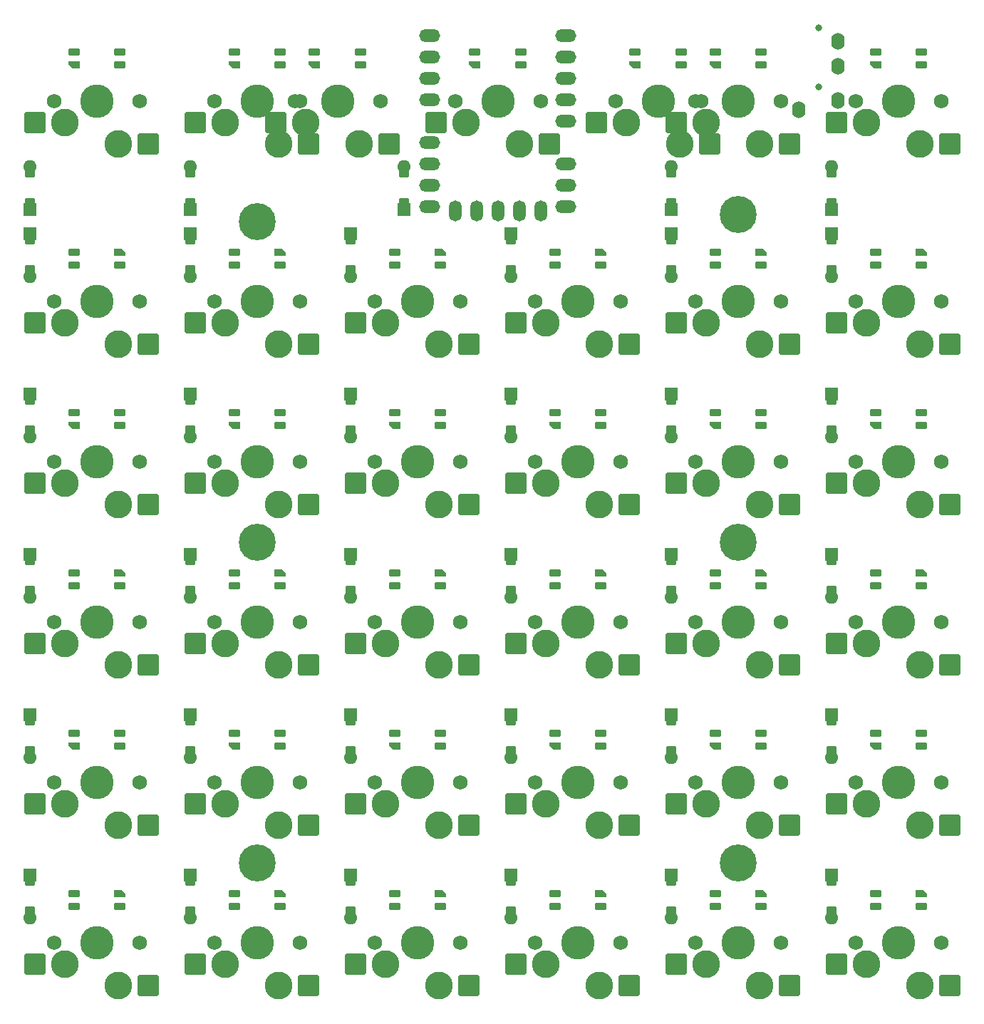
<source format=gts>
%TF.GenerationSoftware,KiCad,Pcbnew,7.0.7*%
%TF.CreationDate,2023-11-21T20:39:45+01:00*%
%TF.ProjectId,tekskey-v2-molten,74656b73-6b65-4792-9d76-322d6d6f6c74,rev?*%
%TF.SameCoordinates,Original*%
%TF.FileFunction,Soldermask,Top*%
%TF.FilePolarity,Negative*%
%FSLAX46Y46*%
G04 Gerber Fmt 4.6, Leading zero omitted, Abs format (unit mm)*
G04 Created by KiCad (PCBNEW 7.0.7) date 2023-11-21 20:39:45*
%MOMM*%
%LPD*%
G01*
G04 APERTURE LIST*
G04 Aperture macros list*
%AMRoundRect*
0 Rectangle with rounded corners*
0 $1 Rounding radius*
0 $2 $3 $4 $5 $6 $7 $8 $9 X,Y pos of 4 corners*
0 Add a 4 corners polygon primitive as box body*
4,1,4,$2,$3,$4,$5,$6,$7,$8,$9,$2,$3,0*
0 Add four circle primitives for the rounded corners*
1,1,$1+$1,$2,$3*
1,1,$1+$1,$4,$5*
1,1,$1+$1,$6,$7*
1,1,$1+$1,$8,$9*
0 Add four rect primitives between the rounded corners*
20,1,$1+$1,$2,$3,$4,$5,0*
20,1,$1+$1,$4,$5,$6,$7,0*
20,1,$1+$1,$6,$7,$8,$9,0*
20,1,$1+$1,$8,$9,$2,$3,0*%
%AMFreePoly0*
4,1,18,-0.410000,0.265000,0.000000,0.675000,0.328000,0.675000,0.359380,0.668758,0.385983,0.650983,0.403758,0.624380,0.410000,0.593000,0.410000,-0.593000,0.403758,-0.624380,0.385983,-0.650983,0.359380,-0.668758,0.328000,-0.675000,-0.328000,-0.675000,-0.359380,-0.668758,-0.385983,-0.650983,-0.403758,-0.624380,-0.410000,-0.593000,-0.410000,0.265000,-0.410000,0.265000,$1*%
G04 Aperture macros list end*
%ADD10RoundRect,0.082000X-0.593000X0.328000X-0.593000X-0.328000X0.593000X-0.328000X0.593000X0.328000X0*%
%ADD11FreePoly0,270.000000*%
%ADD12C,1.750000*%
%ADD13C,3.987800*%
%ADD14C,3.300000*%
%ADD15RoundRect,0.250000X1.025000X1.000000X-1.025000X1.000000X-1.025000X-1.000000X1.025000X-1.000000X0*%
%ADD16R,1.600000X1.600000*%
%ADD17RoundRect,0.225000X-0.375000X0.225000X-0.375000X-0.225000X0.375000X-0.225000X0.375000X0.225000X0*%
%ADD18O,1.600000X1.600000*%
%ADD19RoundRect,0.082000X0.593000X-0.328000X0.593000X0.328000X-0.593000X0.328000X-0.593000X-0.328000X0*%
%ADD20FreePoly0,90.000000*%
%ADD21O,2.500000X1.500000*%
%ADD22O,1.500000X2.500000*%
%ADD23RoundRect,0.225000X0.375000X-0.225000X0.375000X0.225000X-0.375000X0.225000X-0.375000X-0.225000X0*%
%ADD24C,0.800000*%
%ADD25O,1.600000X2.000000*%
%ADD26C,0.700000*%
%ADD27C,4.400000*%
G04 APERTURE END LIST*
D10*
X57600000Y-152832500D03*
X57600000Y-151332500D03*
X63050000Y-152832500D03*
D11*
X63050000Y-151332500D03*
D12*
X84455000Y-80962500D03*
D13*
X79375000Y-80962500D03*
D12*
X74295000Y-80962500D03*
D14*
X75565000Y-83502500D03*
D15*
X72015000Y-83502500D03*
X85465000Y-86042500D03*
D14*
X81915000Y-86042500D03*
D16*
X109537500Y-91916250D03*
D17*
X109537500Y-92806250D03*
X109537500Y-96106250D03*
D18*
X109537500Y-96996250D03*
D16*
X71437500Y-72866250D03*
D17*
X71437500Y-73756250D03*
X71437500Y-77056250D03*
D18*
X71437500Y-77946250D03*
D19*
X110675000Y-51320000D03*
X110675000Y-52820000D03*
X105225000Y-51320000D03*
D20*
X105225000Y-52820000D03*
D12*
X84455000Y-100012500D03*
D13*
X79375000Y-100012500D03*
D12*
X74295000Y-100012500D03*
D14*
X75565000Y-102552500D03*
D15*
X72015000Y-102552500D03*
X85465000Y-105092500D03*
D14*
X81915000Y-105092500D03*
D16*
X90487500Y-110966250D03*
D17*
X90487500Y-111856250D03*
X90487500Y-115156250D03*
D18*
X90487500Y-116046250D03*
D16*
X52387500Y-149066250D03*
D17*
X52387500Y-149956250D03*
X52387500Y-153256250D03*
D18*
X52387500Y-154146250D03*
D16*
X71437500Y-110966250D03*
D17*
X71437500Y-111856250D03*
X71437500Y-115156250D03*
D18*
X71437500Y-116046250D03*
D21*
X97020000Y-49371250D03*
X97020000Y-51911250D03*
X97020000Y-54451250D03*
X97020000Y-56991250D03*
X97020000Y-59531250D03*
X97020000Y-64611250D03*
X97020000Y-67151250D03*
X97020000Y-69691250D03*
D22*
X93980000Y-70191250D03*
X91440000Y-70191250D03*
X88900000Y-70191250D03*
X86360000Y-70191250D03*
X83820000Y-70191250D03*
D21*
X80780000Y-69691250D03*
X80780000Y-67151250D03*
X80780000Y-64611250D03*
X80780000Y-62071250D03*
X80780000Y-56991250D03*
X80780000Y-54451250D03*
X80780000Y-51911250D03*
X80780000Y-49371250D03*
D19*
X120200000Y-94182500D03*
X120200000Y-95682500D03*
X114750000Y-94182500D03*
D20*
X114750000Y-95682500D03*
D16*
X109537500Y-110966250D03*
D17*
X109537500Y-111856250D03*
X109537500Y-115156250D03*
D18*
X109537500Y-116046250D03*
D12*
X122555000Y-57150000D03*
D13*
X117475000Y-57150000D03*
D12*
X112395000Y-57150000D03*
D14*
X113665000Y-59690000D03*
D15*
X110115000Y-59690000D03*
X123565000Y-62230000D03*
D14*
X120015000Y-62230000D03*
D16*
X90487500Y-72866250D03*
D17*
X90487500Y-73756250D03*
X90487500Y-77056250D03*
D18*
X90487500Y-77946250D03*
D12*
X46355000Y-100012500D03*
D13*
X41275000Y-100012500D03*
D12*
X36195000Y-100012500D03*
D14*
X37465000Y-102552500D03*
D15*
X33915000Y-102552500D03*
X47365000Y-105092500D03*
D14*
X43815000Y-105092500D03*
D12*
X103505000Y-80962500D03*
D13*
X98425000Y-80962500D03*
D12*
X93345000Y-80962500D03*
D14*
X94615000Y-83502500D03*
D15*
X91065000Y-83502500D03*
X104515000Y-86042500D03*
D14*
X100965000Y-86042500D03*
D16*
X128587500Y-91916250D03*
D17*
X128587500Y-92806250D03*
X128587500Y-96106250D03*
D18*
X128587500Y-96996250D03*
D12*
X74930000Y-57150000D03*
D13*
X69850000Y-57150000D03*
D12*
X64770000Y-57150000D03*
D14*
X66040000Y-59690000D03*
D15*
X62490000Y-59690000D03*
X75940000Y-62230000D03*
D14*
X72390000Y-62230000D03*
D16*
X33337500Y-70008750D03*
D23*
X33337500Y-69118750D03*
X33337500Y-65818750D03*
D18*
X33337500Y-64928750D03*
D12*
X65405000Y-157162500D03*
D13*
X60325000Y-157162500D03*
D12*
X55245000Y-157162500D03*
D14*
X56515000Y-159702500D03*
D15*
X52965000Y-159702500D03*
X66415000Y-162242500D03*
D14*
X62865000Y-162242500D03*
D16*
X52387500Y-91916250D03*
D17*
X52387500Y-92806250D03*
X52387500Y-96106250D03*
D18*
X52387500Y-96996250D03*
D16*
X52387500Y-72866250D03*
D17*
X52387500Y-73756250D03*
X52387500Y-77056250D03*
D18*
X52387500Y-77946250D03*
D12*
X103505000Y-119062500D03*
D13*
X98425000Y-119062500D03*
D12*
X93345000Y-119062500D03*
D14*
X94615000Y-121602500D03*
D15*
X91065000Y-121602500D03*
X104515000Y-124142500D03*
D14*
X100965000Y-124142500D03*
D10*
X76650000Y-76632500D03*
X76650000Y-75132500D03*
X82100000Y-76632500D03*
D11*
X82100000Y-75132500D03*
D16*
X71437500Y-130016250D03*
D17*
X71437500Y-130906250D03*
X71437500Y-134206250D03*
D18*
X71437500Y-135096250D03*
D19*
X101150000Y-132282500D03*
X101150000Y-133782500D03*
X95700000Y-132282500D03*
D20*
X95700000Y-133782500D03*
D12*
X65405000Y-100012500D03*
D13*
X60325000Y-100012500D03*
D12*
X55245000Y-100012500D03*
D14*
X56515000Y-102552500D03*
D15*
X52965000Y-102552500D03*
X66415000Y-105092500D03*
D14*
X62865000Y-105092500D03*
D16*
X52387500Y-130016250D03*
D17*
X52387500Y-130906250D03*
X52387500Y-134206250D03*
D18*
X52387500Y-135096250D03*
D16*
X33337500Y-149066250D03*
D17*
X33337500Y-149956250D03*
X33337500Y-153256250D03*
D18*
X33337500Y-154146250D03*
D16*
X128587500Y-72866250D03*
D17*
X128587500Y-73756250D03*
X128587500Y-77056250D03*
D18*
X128587500Y-77946250D03*
D19*
X139250000Y-132282500D03*
X139250000Y-133782500D03*
X133800000Y-132282500D03*
D20*
X133800000Y-133782500D03*
D10*
X133800000Y-152832500D03*
X133800000Y-151332500D03*
X139250000Y-152832500D03*
D11*
X139250000Y-151332500D03*
D10*
X95700000Y-152832500D03*
X95700000Y-151332500D03*
X101150000Y-152832500D03*
D11*
X101150000Y-151332500D03*
D10*
X133800000Y-76632500D03*
X133800000Y-75132500D03*
X139250000Y-76632500D03*
D11*
X139250000Y-75132500D03*
D10*
X76650000Y-152832500D03*
X76650000Y-151332500D03*
X82100000Y-152832500D03*
D11*
X82100000Y-151332500D03*
D16*
X109537500Y-72866250D03*
D17*
X109537500Y-73756250D03*
X109537500Y-77056250D03*
D18*
X109537500Y-77946250D03*
D19*
X72575000Y-51320000D03*
X72575000Y-52820000D03*
X67125000Y-51320000D03*
D20*
X67125000Y-52820000D03*
D16*
X109537500Y-130016250D03*
D17*
X109537500Y-130906250D03*
X109537500Y-134206250D03*
D18*
X109537500Y-135096250D03*
D12*
X141605000Y-80962500D03*
D13*
X136525000Y-80962500D03*
D12*
X131445000Y-80962500D03*
D14*
X132715000Y-83502500D03*
D15*
X129165000Y-83502500D03*
X142615000Y-86042500D03*
D14*
X139065000Y-86042500D03*
D12*
X46355000Y-138112500D03*
D13*
X41275000Y-138112500D03*
D12*
X36195000Y-138112500D03*
D14*
X37465000Y-140652500D03*
D15*
X33915000Y-140652500D03*
X47365000Y-143192500D03*
D14*
X43815000Y-143192500D03*
D16*
X109537500Y-70008750D03*
D23*
X109537500Y-69118750D03*
X109537500Y-65818750D03*
D18*
X109537500Y-64928750D03*
D19*
X139250000Y-51320000D03*
X139250000Y-52820000D03*
X133800000Y-51320000D03*
D20*
X133800000Y-52820000D03*
D10*
X95700000Y-114732500D03*
X95700000Y-113232500D03*
X101150000Y-114732500D03*
D11*
X101150000Y-113232500D03*
D12*
X103505000Y-138112500D03*
D13*
X98425000Y-138112500D03*
D12*
X93345000Y-138112500D03*
D14*
X94615000Y-140652500D03*
D15*
X91065000Y-140652500D03*
X104515000Y-143192500D03*
D14*
X100965000Y-143192500D03*
D19*
X101150000Y-94182500D03*
X101150000Y-95682500D03*
X95700000Y-94182500D03*
D20*
X95700000Y-95682500D03*
D12*
X122555000Y-100012500D03*
D13*
X117475000Y-100012500D03*
D12*
X112395000Y-100012500D03*
D14*
X113665000Y-102552500D03*
D15*
X110115000Y-102552500D03*
X123565000Y-105092500D03*
D14*
X120015000Y-105092500D03*
D16*
X90487500Y-130016250D03*
D17*
X90487500Y-130906250D03*
X90487500Y-134206250D03*
D18*
X90487500Y-135096250D03*
D12*
X65405000Y-138112500D03*
D13*
X60325000Y-138112500D03*
D12*
X55245000Y-138112500D03*
D14*
X56515000Y-140652500D03*
D15*
X52965000Y-140652500D03*
X66415000Y-143192500D03*
D14*
X62865000Y-143192500D03*
D12*
X141605000Y-138112500D03*
D13*
X136525000Y-138112500D03*
D12*
X131445000Y-138112500D03*
D14*
X132715000Y-140652500D03*
D15*
X129165000Y-140652500D03*
X142615000Y-143192500D03*
D14*
X139065000Y-143192500D03*
D19*
X82100000Y-132282500D03*
X82100000Y-133782500D03*
X76650000Y-132282500D03*
D20*
X76650000Y-133782500D03*
D12*
X141605000Y-100012500D03*
D13*
X136525000Y-100012500D03*
D12*
X131445000Y-100012500D03*
D14*
X132715000Y-102552500D03*
D15*
X129165000Y-102552500D03*
X142615000Y-105092500D03*
D14*
X139065000Y-105092500D03*
D16*
X52387500Y-110966250D03*
D17*
X52387500Y-111856250D03*
X52387500Y-115156250D03*
D18*
X52387500Y-116046250D03*
D24*
X127000000Y-48431250D03*
X127000000Y-55431250D03*
D25*
X129300000Y-53031250D03*
X129300000Y-50031250D03*
X124700000Y-58131250D03*
X129300000Y-57031250D03*
D12*
X93980000Y-57150000D03*
D13*
X88900000Y-57150000D03*
D12*
X83820000Y-57150000D03*
D14*
X85090000Y-59690000D03*
D15*
X81540000Y-59690000D03*
X94990000Y-62230000D03*
D14*
X91440000Y-62230000D03*
D12*
X65405000Y-80962500D03*
D13*
X60325000Y-80962500D03*
D12*
X55245000Y-80962500D03*
D14*
X56515000Y-83502500D03*
D15*
X52965000Y-83502500D03*
X66415000Y-86042500D03*
D14*
X62865000Y-86042500D03*
D16*
X71437500Y-91916250D03*
D17*
X71437500Y-92806250D03*
X71437500Y-96106250D03*
D18*
X71437500Y-96996250D03*
D10*
X38550000Y-76632500D03*
X38550000Y-75132500D03*
X44000000Y-76632500D03*
D11*
X44000000Y-75132500D03*
D16*
X52387500Y-70008750D03*
D23*
X52387500Y-69118750D03*
X52387500Y-65818750D03*
D18*
X52387500Y-64928750D03*
D16*
X33337500Y-130016250D03*
D17*
X33337500Y-130906250D03*
X33337500Y-134206250D03*
D18*
X33337500Y-135096250D03*
D12*
X122555000Y-80962500D03*
D13*
X117475000Y-80962500D03*
D12*
X112395000Y-80962500D03*
D14*
X113665000Y-83502500D03*
D15*
X110115000Y-83502500D03*
X123565000Y-86042500D03*
D14*
X120015000Y-86042500D03*
D19*
X82100000Y-94182500D03*
X82100000Y-95682500D03*
X76650000Y-94182500D03*
D20*
X76650000Y-95682500D03*
D26*
X58675000Y-109537500D03*
X59158274Y-108370774D03*
X59158274Y-110704226D03*
X60325000Y-107887500D03*
D27*
X60325000Y-109537500D03*
D26*
X60325000Y-111187500D03*
X61491726Y-108370774D03*
X61491726Y-110704226D03*
X61975000Y-109537500D03*
D10*
X95700000Y-76632500D03*
X95700000Y-75132500D03*
X101150000Y-76632500D03*
D11*
X101150000Y-75132500D03*
D12*
X46355000Y-157162500D03*
D13*
X41275000Y-157162500D03*
D12*
X36195000Y-157162500D03*
D14*
X37465000Y-159702500D03*
D15*
X33915000Y-159702500D03*
X47365000Y-162242500D03*
D14*
X43815000Y-162242500D03*
D12*
X141605000Y-157162500D03*
D13*
X136525000Y-157162500D03*
D12*
X131445000Y-157162500D03*
D14*
X132715000Y-159702500D03*
D15*
X129165000Y-159702500D03*
X142615000Y-162242500D03*
D14*
X139065000Y-162242500D03*
D10*
X38550000Y-114732500D03*
X38550000Y-113232500D03*
X44000000Y-114732500D03*
D11*
X44000000Y-113232500D03*
D19*
X44000000Y-132282500D03*
X44000000Y-133782500D03*
X38550000Y-132282500D03*
D20*
X38550000Y-133782500D03*
D12*
X113030000Y-57150000D03*
D13*
X107950000Y-57150000D03*
D12*
X102870000Y-57150000D03*
D14*
X104140000Y-59690000D03*
D15*
X100590000Y-59690000D03*
X114040000Y-62230000D03*
D14*
X110490000Y-62230000D03*
D16*
X128587500Y-149066250D03*
D17*
X128587500Y-149956250D03*
X128587500Y-153256250D03*
D18*
X128587500Y-154146250D03*
D10*
X76650000Y-114732500D03*
X76650000Y-113232500D03*
X82100000Y-114732500D03*
D11*
X82100000Y-113232500D03*
D19*
X120200000Y-51320000D03*
X120200000Y-52820000D03*
X114750000Y-51320000D03*
D20*
X114750000Y-52820000D03*
D26*
X115825000Y-70643750D03*
X116308274Y-69477024D03*
X116308274Y-71810476D03*
X117475000Y-68993750D03*
D27*
X117475000Y-70643750D03*
D26*
X117475000Y-72293750D03*
X118641726Y-69477024D03*
X118641726Y-71810476D03*
X119125000Y-70643750D03*
D16*
X128587500Y-110966250D03*
D17*
X128587500Y-111856250D03*
X128587500Y-115156250D03*
D18*
X128587500Y-116046250D03*
D16*
X128587500Y-130016250D03*
D17*
X128587500Y-130906250D03*
X128587500Y-134206250D03*
D18*
X128587500Y-135096250D03*
D16*
X33337500Y-72866250D03*
D17*
X33337500Y-73756250D03*
X33337500Y-77056250D03*
D18*
X33337500Y-77946250D03*
D12*
X84455000Y-157162500D03*
D13*
X79375000Y-157162500D03*
D12*
X74295000Y-157162500D03*
D14*
X75565000Y-159702500D03*
D15*
X72015000Y-159702500D03*
X85465000Y-162242500D03*
D14*
X81915000Y-162242500D03*
D12*
X46355000Y-57150000D03*
D13*
X41275000Y-57150000D03*
D12*
X36195000Y-57150000D03*
D14*
X37465000Y-59690000D03*
D15*
X33915000Y-59690000D03*
X47365000Y-62230000D03*
D14*
X43815000Y-62230000D03*
D19*
X44000000Y-51320000D03*
X44000000Y-52820000D03*
X38550000Y-51320000D03*
D20*
X38550000Y-52820000D03*
D12*
X122555000Y-119062500D03*
D13*
X117475000Y-119062500D03*
D12*
X112395000Y-119062500D03*
D14*
X113665000Y-121602500D03*
D15*
X110115000Y-121602500D03*
X123565000Y-124142500D03*
D14*
X120015000Y-124142500D03*
D26*
X58675000Y-147637500D03*
X59158274Y-146470774D03*
X59158274Y-148804226D03*
X60325000Y-145987500D03*
D27*
X60325000Y-147637500D03*
D26*
X60325000Y-149287500D03*
X61491726Y-146470774D03*
X61491726Y-148804226D03*
X61975000Y-147637500D03*
D12*
X103505000Y-100012500D03*
D13*
X98425000Y-100012500D03*
D12*
X93345000Y-100012500D03*
D14*
X94615000Y-102552500D03*
D15*
X91065000Y-102552500D03*
X104515000Y-105092500D03*
D14*
X100965000Y-105092500D03*
D26*
X115825000Y-147637500D03*
X116308274Y-146470774D03*
X116308274Y-148804226D03*
X117475000Y-145987500D03*
D27*
X117475000Y-147637500D03*
D26*
X117475000Y-149287500D03*
X118641726Y-146470774D03*
X118641726Y-148804226D03*
X119125000Y-147637500D03*
D12*
X46355000Y-80962500D03*
D13*
X41275000Y-80962500D03*
D12*
X36195000Y-80962500D03*
D14*
X37465000Y-83502500D03*
D15*
X33915000Y-83502500D03*
X47365000Y-86042500D03*
D14*
X43815000Y-86042500D03*
D12*
X65405000Y-57150000D03*
D13*
X60325000Y-57150000D03*
D12*
X55245000Y-57150000D03*
D14*
X56515000Y-59690000D03*
D15*
X52965000Y-59690000D03*
X66415000Y-62230000D03*
D14*
X62865000Y-62230000D03*
D19*
X63050000Y-51320000D03*
X63050000Y-52820000D03*
X57600000Y-51320000D03*
D20*
X57600000Y-52820000D03*
D16*
X77787500Y-70008750D03*
D23*
X77787500Y-69118750D03*
X77787500Y-65818750D03*
D18*
X77787500Y-64928750D03*
D19*
X91625000Y-51320000D03*
X91625000Y-52820000D03*
X86175000Y-51320000D03*
D20*
X86175000Y-52820000D03*
D26*
X58675000Y-71437500D03*
X59158274Y-70270774D03*
X59158274Y-72604226D03*
X60325000Y-69787500D03*
D27*
X60325000Y-71437500D03*
D26*
X60325000Y-73087500D03*
X61491726Y-70270774D03*
X61491726Y-72604226D03*
X61975000Y-71437500D03*
D16*
X33337500Y-91916250D03*
D17*
X33337500Y-92806250D03*
X33337500Y-96106250D03*
D18*
X33337500Y-96996250D03*
D10*
X57600000Y-76632500D03*
X57600000Y-75132500D03*
X63050000Y-76632500D03*
D11*
X63050000Y-75132500D03*
D12*
X84455000Y-119062500D03*
D13*
X79375000Y-119062500D03*
D12*
X74295000Y-119062500D03*
D14*
X75565000Y-121602500D03*
D15*
X72015000Y-121602500D03*
X85465000Y-124142500D03*
D14*
X81915000Y-124142500D03*
D10*
X114750000Y-76632500D03*
X114750000Y-75132500D03*
X120200000Y-76632500D03*
D11*
X120200000Y-75132500D03*
D16*
X109537500Y-149066250D03*
D17*
X109537500Y-149956250D03*
X109537500Y-153256250D03*
D18*
X109537500Y-154146250D03*
D16*
X128587500Y-70008750D03*
D23*
X128587500Y-69118750D03*
X128587500Y-65818750D03*
D18*
X128587500Y-64928750D03*
D12*
X65405000Y-119062500D03*
D13*
X60325000Y-119062500D03*
D12*
X55245000Y-119062500D03*
D14*
X56515000Y-121602500D03*
D15*
X52965000Y-121602500D03*
X66415000Y-124142500D03*
D14*
X62865000Y-124142500D03*
D12*
X103505000Y-157162500D03*
D13*
X98425000Y-157162500D03*
D12*
X93345000Y-157162500D03*
D14*
X94615000Y-159702500D03*
D15*
X91065000Y-159702500D03*
X104515000Y-162242500D03*
D14*
X100965000Y-162242500D03*
D12*
X122555000Y-157162500D03*
D13*
X117475000Y-157162500D03*
D12*
X112395000Y-157162500D03*
D14*
X113665000Y-159702500D03*
D15*
X110115000Y-159702500D03*
X123565000Y-162242500D03*
D14*
X120015000Y-162242500D03*
D10*
X114750000Y-152832500D03*
X114750000Y-151332500D03*
X120200000Y-152832500D03*
D11*
X120200000Y-151332500D03*
D19*
X63050000Y-94182500D03*
X63050000Y-95682500D03*
X57600000Y-94182500D03*
D20*
X57600000Y-95682500D03*
D19*
X139250000Y-94182500D03*
X139250000Y-95682500D03*
X133800000Y-94182500D03*
D20*
X133800000Y-95682500D03*
D10*
X57600000Y-114732500D03*
X57600000Y-113232500D03*
X63050000Y-114732500D03*
D11*
X63050000Y-113232500D03*
D10*
X38550000Y-152832500D03*
X38550000Y-151332500D03*
X44000000Y-152832500D03*
D11*
X44000000Y-151332500D03*
D19*
X120200000Y-132282500D03*
X120200000Y-133782500D03*
X114750000Y-132282500D03*
D20*
X114750000Y-133782500D03*
D26*
X115825000Y-109537500D03*
X116308274Y-108370774D03*
X116308274Y-110704226D03*
X117475000Y-107887500D03*
D27*
X117475000Y-109537500D03*
D26*
X117475000Y-111187500D03*
X118641726Y-108370774D03*
X118641726Y-110704226D03*
X119125000Y-109537500D03*
D12*
X84455000Y-138112500D03*
D13*
X79375000Y-138112500D03*
D12*
X74295000Y-138112500D03*
D14*
X75565000Y-140652500D03*
D15*
X72015000Y-140652500D03*
X85465000Y-143192500D03*
D14*
X81915000Y-143192500D03*
D19*
X44000000Y-94182500D03*
X44000000Y-95682500D03*
X38550000Y-94182500D03*
D20*
X38550000Y-95682500D03*
D16*
X71437500Y-149066250D03*
D17*
X71437500Y-149956250D03*
X71437500Y-153256250D03*
D18*
X71437500Y-154146250D03*
D10*
X133800000Y-114732500D03*
X133800000Y-113232500D03*
X139250000Y-114732500D03*
D11*
X139250000Y-113232500D03*
D16*
X90487500Y-149066250D03*
D17*
X90487500Y-149956250D03*
X90487500Y-153256250D03*
D18*
X90487500Y-154146250D03*
D12*
X46355000Y-119062500D03*
D13*
X41275000Y-119062500D03*
D12*
X36195000Y-119062500D03*
D14*
X37465000Y-121602500D03*
D15*
X33915000Y-121602500D03*
X47365000Y-124142500D03*
D14*
X43815000Y-124142500D03*
D16*
X90487500Y-91916250D03*
D17*
X90487500Y-92806250D03*
X90487500Y-96106250D03*
D18*
X90487500Y-96996250D03*
D12*
X122555000Y-138112500D03*
D13*
X117475000Y-138112500D03*
D12*
X112395000Y-138112500D03*
D14*
X113665000Y-140652500D03*
D15*
X110115000Y-140652500D03*
X123565000Y-143192500D03*
D14*
X120015000Y-143192500D03*
D19*
X63050000Y-132282500D03*
X63050000Y-133782500D03*
X57600000Y-132282500D03*
D20*
X57600000Y-133782500D03*
D10*
X114750000Y-114732500D03*
X114750000Y-113232500D03*
X120200000Y-114732500D03*
D11*
X120200000Y-113232500D03*
D16*
X33337500Y-110966250D03*
D17*
X33337500Y-111856250D03*
X33337500Y-115156250D03*
D18*
X33337500Y-116046250D03*
D12*
X141605000Y-119062500D03*
D13*
X136525000Y-119062500D03*
D12*
X131445000Y-119062500D03*
D14*
X132715000Y-121602500D03*
D15*
X129165000Y-121602500D03*
X142615000Y-124142500D03*
D14*
X139065000Y-124142500D03*
D12*
X141605000Y-57150000D03*
D13*
X136525000Y-57150000D03*
D12*
X131445000Y-57150000D03*
D14*
X132715000Y-59690000D03*
D15*
X129165000Y-59690000D03*
X142615000Y-62230000D03*
D14*
X139065000Y-62230000D03*
M02*

</source>
